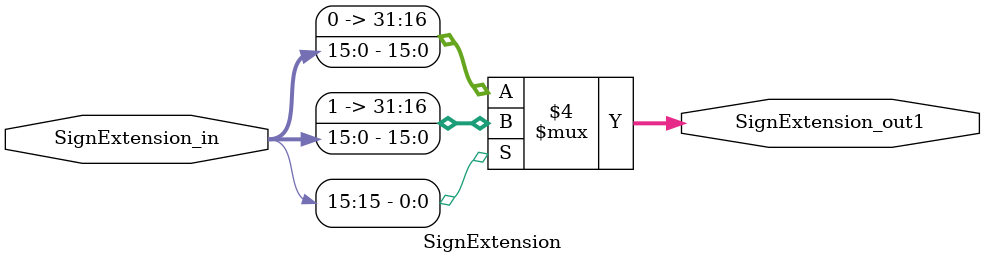
<source format=v>
`timescale 1ns / 1ps
module SignExtension(SignExtension_in, SignExtension_out1);

    input [15:0] SignExtension_in;
   output reg [31:0] SignExtension_out1;
    
    /* Fill in the implementation here ... */
   always@(SignExtension_in) begin
    if(SignExtension_in[15]==1) begin
       //    SignExtension_out1[15:0]<=SignExtension_in;
           SignExtension_out1<= {16'b1111111111111111,SignExtension_in};
            
       end
        else begin
           
           SignExtension_out1<= {16'b0,SignExtension_in};
        end    
       
   end 
 

endmodule
 
</source>
